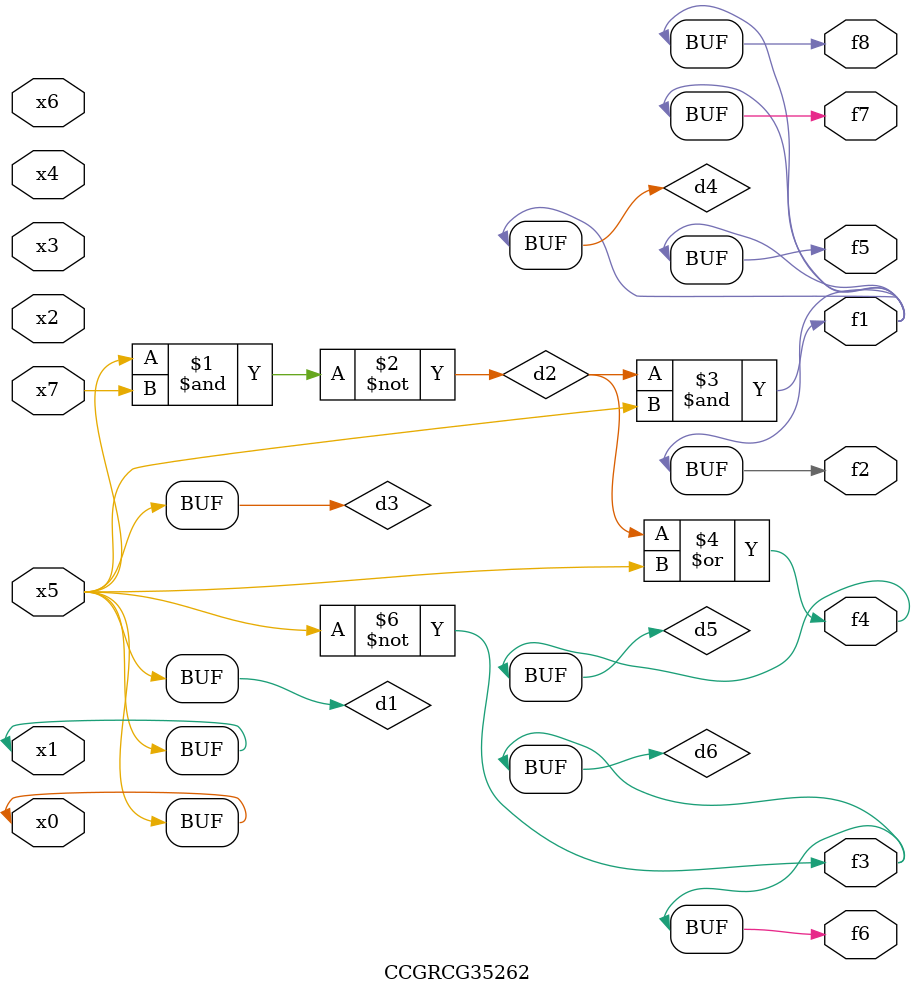
<source format=v>
module CCGRCG35262(
	input x0, x1, x2, x3, x4, x5, x6, x7,
	output f1, f2, f3, f4, f5, f6, f7, f8
);

	wire d1, d2, d3, d4, d5, d6;

	buf (d1, x0, x5);
	nand (d2, x5, x7);
	buf (d3, x0, x1);
	and (d4, d2, d3);
	or (d5, d2, d3);
	nor (d6, d1, d3);
	assign f1 = d4;
	assign f2 = d4;
	assign f3 = d6;
	assign f4 = d5;
	assign f5 = d4;
	assign f6 = d6;
	assign f7 = d4;
	assign f8 = d4;
endmodule

</source>
